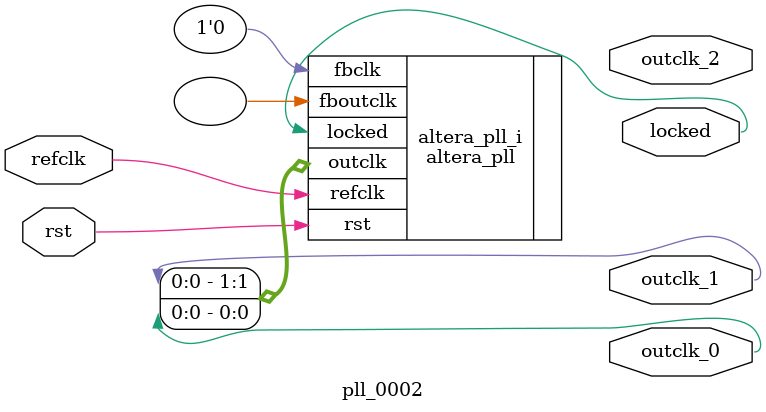
<source format=v>
`timescale 1ns/10ps
module  pll_0002(

	// interface 'refclk'
	input wire refclk,

	// interface 'reset'
	input wire rst,

	// interface 'outclk0'
	output wire outclk_0,

	// interface 'outclk1'
	output wire outclk_1,
	
	// interface 'outclk2' for Senhor
	output wire outclk_2,

	// interface 'locked'
	output wire locked
);

	altera_pll #(
		.fractional_vco_multiplier("false"),
		.reference_clock_frequency("50.0 MHz"),
		.operation_mode("direct"),
		.number_of_clocks(3),
		.output_clock_frequency0("100.000000 MHz"),
      .phase_shift0("0 ps"),
		.duty_cycle0(50),
		.output_clock_frequency1("20.000000 MHz"),
		.phase_shift1("0 ps"),
		.duty_cycle1(50),
		.output_clock_frequency2("50.000000 MHz"),
		.phase_shift2("0 ps"),
		.duty_cycle2(50),
		.output_clock_frequency3("0 MHz"),
		.phase_shift3("0 ps"),
		.duty_cycle3(50),
		.output_clock_frequency4("0 MHz"),
		.phase_shift4("0 ps"),
		.duty_cycle4(50),
		.output_clock_frequency5("0 MHz"),
		.phase_shift5("0 ps"),
		.duty_cycle5(50),
		.output_clock_frequency6("0 MHz"),
		.phase_shift6("0 ps"),
		.duty_cycle6(50),
		.output_clock_frequency7("0 MHz"),
		.phase_shift7("0 ps"),
		.duty_cycle7(50),
		.output_clock_frequency8("0 MHz"),
		.phase_shift8("0 ps"),
		.duty_cycle8(50),
		.output_clock_frequency9("0 MHz"),
		.phase_shift9("0 ps"),
		.duty_cycle9(50),
		.output_clock_frequency10("0 MHz"),
		.phase_shift10("0 ps"),
		.duty_cycle10(50),
		.output_clock_frequency11("0 MHz"),
		.phase_shift11("0 ps"),
		.duty_cycle11(50),
		.output_clock_frequency12("0 MHz"),
		.phase_shift12("0 ps"),
		.duty_cycle12(50),
		.output_clock_frequency13("0 MHz"),
		.phase_shift13("0 ps"),
		.duty_cycle13(50),
		.output_clock_frequency14("0 MHz"),
		.phase_shift14("0 ps"),
		.duty_cycle14(50),
		.output_clock_frequency15("0 MHz"),
		.phase_shift15("0 ps"),
		.duty_cycle15(50),
		.output_clock_frequency16("0 MHz"),
		.phase_shift16("0 ps"),
		.duty_cycle16(50),
		.output_clock_frequency17("0 MHz"),
		.phase_shift17("0 ps"),
		.duty_cycle17(50),
		.pll_type("General"),
		.pll_subtype("General")
	) altera_pll_i (
		.rst	(rst),
		.outclk	({outclk_1, outclk_0}),
		.locked	(locked),
		.fboutclk	( ),
		.fbclk	(1'b0),
		.refclk	(refclk)
	);
endmodule


</source>
